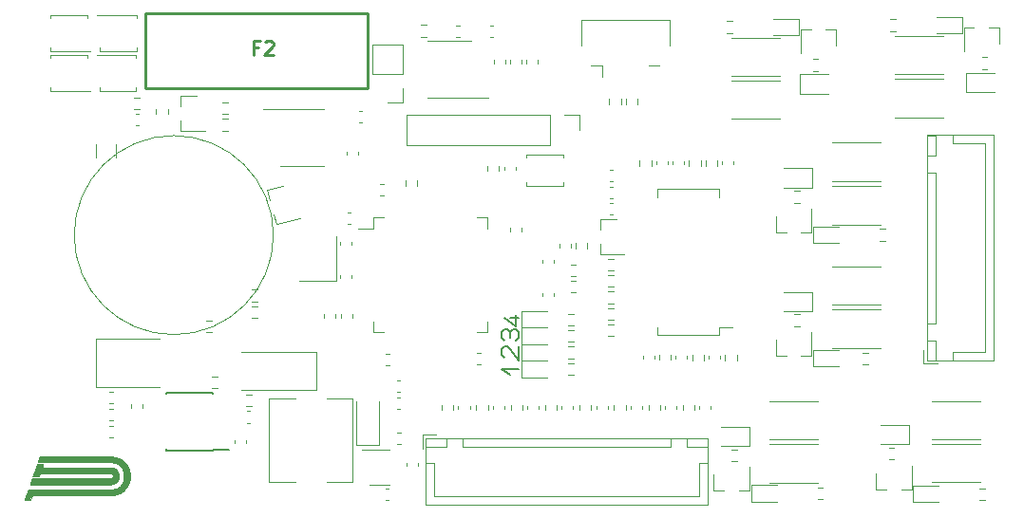
<source format=gbr>
%TF.GenerationSoftware,KiCad,Pcbnew,(5.1.10)-1*%
%TF.CreationDate,2022-01-24T02:12:42+01:00*%
%TF.ProjectId,BMS_LV_2022,424d535f-4c56-45f3-9230-32322e6b6963,rev?*%
%TF.SameCoordinates,Original*%
%TF.FileFunction,Legend,Top*%
%TF.FilePolarity,Positive*%
%FSLAX46Y46*%
G04 Gerber Fmt 4.6, Leading zero omitted, Abs format (unit mm)*
G04 Created by KiCad (PCBNEW (5.1.10)-1) date 2022-01-24 02:12:42*
%MOMM*%
%LPD*%
G01*
G04 APERTURE LIST*
%ADD10C,0.150000*%
%ADD11C,0.254000*%
%ADD12C,0.010000*%
%ADD13C,0.120000*%
%ADD14C,0.100000*%
G04 APERTURE END LIST*
D10*
X156197903Y-108458000D02*
X156197903Y-107442000D01*
X156197903Y-108458000D02*
X155181903Y-107696000D01*
X156451903Y-107696000D02*
X155689903Y-107696000D01*
X156451903Y-109474000D02*
X156197903Y-109728000D01*
X156451903Y-109220000D02*
X156451903Y-109474000D01*
X154927903Y-109474000D02*
X155181903Y-109728000D01*
X154927903Y-109220000D02*
X154927903Y-109474000D01*
X154927903Y-108966000D02*
X154927903Y-109220000D01*
X155181903Y-108712000D02*
X154927903Y-108966000D01*
X155435903Y-108712000D02*
X155181903Y-108712000D01*
X155689903Y-108966000D02*
X155435903Y-108712000D01*
X155689903Y-109474000D02*
X155689903Y-108966000D01*
X155689903Y-109220000D02*
X155689903Y-109474000D01*
X155689903Y-108966000D02*
X155689903Y-109220000D01*
X155943903Y-108712000D02*
X155689903Y-108966000D01*
X156197903Y-108712000D02*
X155943903Y-108712000D01*
X156451903Y-108966000D02*
X156197903Y-108712000D01*
X156451903Y-109220000D02*
X156451903Y-108966000D01*
X154927903Y-110998000D02*
X155181903Y-111252000D01*
X154927903Y-110744000D02*
X154927903Y-110998000D01*
X154927903Y-110490000D02*
X154927903Y-110744000D01*
X155181903Y-110236000D02*
X154927903Y-110490000D01*
X155435903Y-110236000D02*
X155181903Y-110236000D01*
X155689903Y-110490000D02*
X155435903Y-110236000D01*
X156451903Y-111506000D02*
X155689903Y-110490000D01*
X156451903Y-110236000D02*
X156451903Y-111506000D01*
X154927903Y-112268000D02*
X156451903Y-112268000D01*
X155689903Y-112776000D02*
X154927903Y-112268000D01*
D11*
%TO.C,F2*%
X123174903Y-87263000D02*
X142984903Y-87263000D01*
X123174903Y-80533000D02*
X123174903Y-87263000D01*
X142984903Y-80533000D02*
X123174903Y-80533000D01*
X142984903Y-87263000D02*
X142984903Y-80533000D01*
D12*
%TO.C,G\u002A\u002A\u002A*%
G36*
X118408214Y-120094760D02*
G01*
X118541786Y-120094768D01*
X118669627Y-120094783D01*
X118791797Y-120094805D01*
X118908360Y-120094834D01*
X119019378Y-120094871D01*
X119124911Y-120094914D01*
X119225021Y-120094966D01*
X119319772Y-120095025D01*
X119409224Y-120095091D01*
X119493439Y-120095165D01*
X119572480Y-120095246D01*
X119646407Y-120095335D01*
X119715284Y-120095432D01*
X119779171Y-120095536D01*
X119838130Y-120095648D01*
X119892225Y-120095768D01*
X119941515Y-120095896D01*
X119986064Y-120096032D01*
X120025932Y-120096175D01*
X120061183Y-120096327D01*
X120091877Y-120096487D01*
X120118077Y-120096655D01*
X120139844Y-120096831D01*
X120157240Y-120097015D01*
X120170328Y-120097207D01*
X120179168Y-120097408D01*
X120182290Y-120097524D01*
X120286730Y-120104542D01*
X120386457Y-120115505D01*
X120481847Y-120130559D01*
X120573275Y-120149848D01*
X120661114Y-120173517D01*
X120745741Y-120201713D01*
X120827529Y-120234579D01*
X120906854Y-120272261D01*
X120984091Y-120314903D01*
X121059614Y-120362652D01*
X121133798Y-120415651D01*
X121207019Y-120474046D01*
X121249090Y-120510354D01*
X121269899Y-120529418D01*
X121293500Y-120552065D01*
X121318733Y-120577105D01*
X121344440Y-120603346D01*
X121369462Y-120629597D01*
X121392641Y-120654667D01*
X121412817Y-120677365D01*
X121421836Y-120687953D01*
X121486287Y-120769966D01*
X121545292Y-120855160D01*
X121598800Y-120943364D01*
X121646759Y-121034408D01*
X121689117Y-121128122D01*
X121725823Y-121224336D01*
X121756825Y-121322880D01*
X121782072Y-121423584D01*
X121801512Y-121526278D01*
X121815094Y-121630792D01*
X121822767Y-121736957D01*
X121824478Y-121844601D01*
X121820176Y-121953556D01*
X121817223Y-121992168D01*
X121804949Y-122099508D01*
X121786811Y-122204427D01*
X121762812Y-122306915D01*
X121732955Y-122406963D01*
X121697242Y-122504562D01*
X121655676Y-122599704D01*
X121634758Y-122642312D01*
X121587460Y-122729153D01*
X121535953Y-122811679D01*
X121479803Y-122890485D01*
X121418573Y-122966170D01*
X121351828Y-123039328D01*
X121324729Y-123066787D01*
X121286788Y-123103606D01*
X121251060Y-123136404D01*
X121216106Y-123166358D01*
X121180488Y-123194643D01*
X121142769Y-123222434D01*
X121101509Y-123250906D01*
X121090340Y-123258356D01*
X121017528Y-123304047D01*
X120944927Y-123344265D01*
X120871153Y-123379684D01*
X120794823Y-123410978D01*
X120729978Y-123433830D01*
X120677843Y-123450495D01*
X120628663Y-123465140D01*
X120581376Y-123477975D01*
X120534922Y-123489212D01*
X120488237Y-123499063D01*
X120440261Y-123507739D01*
X120389932Y-123515452D01*
X120336188Y-123522414D01*
X120277967Y-123528836D01*
X120229915Y-123533501D01*
X120226301Y-123533706D01*
X120219905Y-123533906D01*
X120210638Y-123534100D01*
X120198415Y-123534290D01*
X120183149Y-123534474D01*
X120164754Y-123534654D01*
X120143143Y-123534829D01*
X120118230Y-123535000D01*
X120089927Y-123535166D01*
X120058150Y-123535328D01*
X120022810Y-123535485D01*
X119983823Y-123535639D01*
X119941100Y-123535789D01*
X119894556Y-123535935D01*
X119844104Y-123536077D01*
X119789657Y-123536216D01*
X119731130Y-123536352D01*
X119668436Y-123536484D01*
X119601487Y-123536614D01*
X119530198Y-123536740D01*
X119454482Y-123536864D01*
X119374253Y-123536985D01*
X119289424Y-123537103D01*
X119199908Y-123537219D01*
X119105620Y-123537333D01*
X119006472Y-123537445D01*
X118902378Y-123537554D01*
X118793251Y-123537662D01*
X118679006Y-123537768D01*
X118559555Y-123537873D01*
X118434812Y-123537976D01*
X118304691Y-123538078D01*
X118169105Y-123538178D01*
X118027967Y-123538278D01*
X117881192Y-123538376D01*
X117728691Y-123538474D01*
X117570380Y-123538572D01*
X117406171Y-123538668D01*
X117235979Y-123538765D01*
X117059716Y-123538861D01*
X116877295Y-123538957D01*
X116688632Y-123539053D01*
X116644170Y-123539075D01*
X113099701Y-123540837D01*
X113027428Y-123745625D01*
X112955155Y-123950412D01*
X112680195Y-123951223D01*
X112405236Y-123952035D01*
X112417291Y-123917886D01*
X112419766Y-123910876D01*
X112424224Y-123898248D01*
X112430534Y-123880373D01*
X112438565Y-123857621D01*
X112448188Y-123830362D01*
X112459271Y-123798967D01*
X112471683Y-123763806D01*
X112485294Y-123725249D01*
X112499973Y-123683666D01*
X112515590Y-123639428D01*
X112532013Y-123592905D01*
X112549112Y-123544467D01*
X112566756Y-123494485D01*
X112581488Y-123452753D01*
X112733629Y-123021770D01*
X116480185Y-123020869D01*
X116666346Y-123020824D01*
X116846264Y-123020780D01*
X117020048Y-123020736D01*
X117187805Y-123020693D01*
X117349642Y-123020649D01*
X117505668Y-123020606D01*
X117655989Y-123020563D01*
X117800714Y-123020519D01*
X117939950Y-123020475D01*
X118073805Y-123020430D01*
X118202387Y-123020385D01*
X118325802Y-123020338D01*
X118444159Y-123020290D01*
X118557566Y-123020240D01*
X118666129Y-123020189D01*
X118769957Y-123020136D01*
X118869158Y-123020081D01*
X118963838Y-123020024D01*
X119054106Y-123019965D01*
X119140069Y-123019903D01*
X119221835Y-123019839D01*
X119299511Y-123019771D01*
X119373206Y-123019700D01*
X119443026Y-123019627D01*
X119509080Y-123019549D01*
X119571475Y-123019468D01*
X119630319Y-123019384D01*
X119685719Y-123019295D01*
X119737783Y-123019202D01*
X119786619Y-123019105D01*
X119832334Y-123019003D01*
X119875035Y-123018897D01*
X119914832Y-123018785D01*
X119951831Y-123018669D01*
X119986139Y-123018547D01*
X120017865Y-123018420D01*
X120047116Y-123018287D01*
X120074000Y-123018148D01*
X120098625Y-123018004D01*
X120121097Y-123017853D01*
X120141525Y-123017696D01*
X120160017Y-123017532D01*
X120176679Y-123017362D01*
X120191621Y-123017185D01*
X120204948Y-123017000D01*
X120216770Y-123016808D01*
X120227193Y-123016609D01*
X120236325Y-123016403D01*
X120244274Y-123016188D01*
X120251148Y-123015965D01*
X120257053Y-123015735D01*
X120262099Y-123015496D01*
X120266392Y-123015248D01*
X120270040Y-123014992D01*
X120273151Y-123014726D01*
X120275832Y-123014452D01*
X120275953Y-123014438D01*
X120325301Y-123008303D01*
X120369823Y-123001448D01*
X120411029Y-122993581D01*
X120450429Y-122984409D01*
X120489533Y-122973641D01*
X120495028Y-122972002D01*
X120574358Y-122945345D01*
X120649176Y-122914412D01*
X120719851Y-122878985D01*
X120786751Y-122838847D01*
X120850246Y-122793782D01*
X120910705Y-122743573D01*
X120954052Y-122702637D01*
X120978297Y-122678125D01*
X120998857Y-122656359D01*
X121016872Y-122635960D01*
X121033484Y-122615548D01*
X121049833Y-122593742D01*
X121067061Y-122569162D01*
X121078760Y-122551809D01*
X121119353Y-122485282D01*
X121155185Y-122414631D01*
X121186231Y-122339966D01*
X121212463Y-122261394D01*
X121233857Y-122179024D01*
X121250387Y-122092963D01*
X121262026Y-122003320D01*
X121268749Y-121910203D01*
X121270530Y-121813720D01*
X121269296Y-121756487D01*
X121263334Y-121663298D01*
X121252249Y-121573185D01*
X121236092Y-121486282D01*
X121214914Y-121402722D01*
X121188767Y-121322637D01*
X121157702Y-121246161D01*
X121121770Y-121173427D01*
X121081021Y-121104568D01*
X121035508Y-121039717D01*
X120985281Y-120979007D01*
X120960284Y-120952173D01*
X120909135Y-120902504D01*
X120856231Y-120857662D01*
X120800523Y-120816890D01*
X120740964Y-120779431D01*
X120676506Y-120744529D01*
X120664890Y-120738749D01*
X120599554Y-120708823D01*
X120533769Y-120683219D01*
X120466495Y-120661639D01*
X120396689Y-120643783D01*
X120323311Y-120629353D01*
X120245320Y-120618052D01*
X120242615Y-120617724D01*
X120239516Y-120617512D01*
X120233728Y-120617307D01*
X120225160Y-120617108D01*
X120213721Y-120616915D01*
X120199320Y-120616728D01*
X120181866Y-120616546D01*
X120161269Y-120616371D01*
X120137436Y-120616201D01*
X120110277Y-120616037D01*
X120079701Y-120615878D01*
X120045618Y-120615724D01*
X120007935Y-120615576D01*
X119966562Y-120615432D01*
X119921408Y-120615293D01*
X119872382Y-120615159D01*
X119819393Y-120615029D01*
X119762350Y-120614904D01*
X119701162Y-120614783D01*
X119635738Y-120614666D01*
X119565986Y-120614554D01*
X119491817Y-120614445D01*
X119413138Y-120614340D01*
X119329859Y-120614239D01*
X119241889Y-120614141D01*
X119149136Y-120614046D01*
X119051511Y-120613955D01*
X118948921Y-120613867D01*
X118841276Y-120613782D01*
X118728484Y-120613699D01*
X118610456Y-120613620D01*
X118487099Y-120613543D01*
X118358323Y-120613468D01*
X118224036Y-120613396D01*
X118084148Y-120613326D01*
X117938568Y-120613257D01*
X117787204Y-120613191D01*
X117629967Y-120613127D01*
X117466763Y-120613064D01*
X117297503Y-120613003D01*
X117122096Y-120612943D01*
X116940451Y-120612885D01*
X116898546Y-120612872D01*
X116753642Y-120612825D01*
X116610281Y-120612773D01*
X116468594Y-120612718D01*
X116328713Y-120612660D01*
X116190770Y-120612598D01*
X116054896Y-120612532D01*
X115921222Y-120612463D01*
X115789881Y-120612391D01*
X115661004Y-120612316D01*
X115534722Y-120612238D01*
X115411167Y-120612157D01*
X115290471Y-120612073D01*
X115172766Y-120611987D01*
X115058182Y-120611899D01*
X114946853Y-120611808D01*
X114838908Y-120611716D01*
X114734480Y-120611621D01*
X114633700Y-120611525D01*
X114536700Y-120611427D01*
X114443612Y-120611327D01*
X114354567Y-120611226D01*
X114269697Y-120611124D01*
X114189134Y-120611021D01*
X114113008Y-120610916D01*
X114041452Y-120610811D01*
X113974597Y-120610705D01*
X113912575Y-120610598D01*
X113855517Y-120610491D01*
X113803555Y-120610384D01*
X113756821Y-120610276D01*
X113715447Y-120610168D01*
X113679563Y-120610061D01*
X113649301Y-120609953D01*
X113624793Y-120609846D01*
X113606172Y-120609740D01*
X113593567Y-120609634D01*
X113587111Y-120609528D01*
X113586228Y-120609473D01*
X113587261Y-120606188D01*
X113590257Y-120597355D01*
X113595064Y-120583414D01*
X113601528Y-120564804D01*
X113609494Y-120541963D01*
X113618810Y-120515331D01*
X113629322Y-120485347D01*
X113640877Y-120452450D01*
X113653320Y-120417079D01*
X113666499Y-120379673D01*
X113676426Y-120351531D01*
X113766624Y-120095962D01*
X116937945Y-120095004D01*
X117125883Y-120094949D01*
X117307534Y-120094902D01*
X117482958Y-120094861D01*
X117652217Y-120094827D01*
X117815375Y-120094799D01*
X117972491Y-120094779D01*
X118123628Y-120094766D01*
X118268849Y-120094759D01*
X118408214Y-120094760D01*
G37*
X118408214Y-120094760D02*
X118541786Y-120094768D01*
X118669627Y-120094783D01*
X118791797Y-120094805D01*
X118908360Y-120094834D01*
X119019378Y-120094871D01*
X119124911Y-120094914D01*
X119225021Y-120094966D01*
X119319772Y-120095025D01*
X119409224Y-120095091D01*
X119493439Y-120095165D01*
X119572480Y-120095246D01*
X119646407Y-120095335D01*
X119715284Y-120095432D01*
X119779171Y-120095536D01*
X119838130Y-120095648D01*
X119892225Y-120095768D01*
X119941515Y-120095896D01*
X119986064Y-120096032D01*
X120025932Y-120096175D01*
X120061183Y-120096327D01*
X120091877Y-120096487D01*
X120118077Y-120096655D01*
X120139844Y-120096831D01*
X120157240Y-120097015D01*
X120170328Y-120097207D01*
X120179168Y-120097408D01*
X120182290Y-120097524D01*
X120286730Y-120104542D01*
X120386457Y-120115505D01*
X120481847Y-120130559D01*
X120573275Y-120149848D01*
X120661114Y-120173517D01*
X120745741Y-120201713D01*
X120827529Y-120234579D01*
X120906854Y-120272261D01*
X120984091Y-120314903D01*
X121059614Y-120362652D01*
X121133798Y-120415651D01*
X121207019Y-120474046D01*
X121249090Y-120510354D01*
X121269899Y-120529418D01*
X121293500Y-120552065D01*
X121318733Y-120577105D01*
X121344440Y-120603346D01*
X121369462Y-120629597D01*
X121392641Y-120654667D01*
X121412817Y-120677365D01*
X121421836Y-120687953D01*
X121486287Y-120769966D01*
X121545292Y-120855160D01*
X121598800Y-120943364D01*
X121646759Y-121034408D01*
X121689117Y-121128122D01*
X121725823Y-121224336D01*
X121756825Y-121322880D01*
X121782072Y-121423584D01*
X121801512Y-121526278D01*
X121815094Y-121630792D01*
X121822767Y-121736957D01*
X121824478Y-121844601D01*
X121820176Y-121953556D01*
X121817223Y-121992168D01*
X121804949Y-122099508D01*
X121786811Y-122204427D01*
X121762812Y-122306915D01*
X121732955Y-122406963D01*
X121697242Y-122504562D01*
X121655676Y-122599704D01*
X121634758Y-122642312D01*
X121587460Y-122729153D01*
X121535953Y-122811679D01*
X121479803Y-122890485D01*
X121418573Y-122966170D01*
X121351828Y-123039328D01*
X121324729Y-123066787D01*
X121286788Y-123103606D01*
X121251060Y-123136404D01*
X121216106Y-123166358D01*
X121180488Y-123194643D01*
X121142769Y-123222434D01*
X121101509Y-123250906D01*
X121090340Y-123258356D01*
X121017528Y-123304047D01*
X120944927Y-123344265D01*
X120871153Y-123379684D01*
X120794823Y-123410978D01*
X120729978Y-123433830D01*
X120677843Y-123450495D01*
X120628663Y-123465140D01*
X120581376Y-123477975D01*
X120534922Y-123489212D01*
X120488237Y-123499063D01*
X120440261Y-123507739D01*
X120389932Y-123515452D01*
X120336188Y-123522414D01*
X120277967Y-123528836D01*
X120229915Y-123533501D01*
X120226301Y-123533706D01*
X120219905Y-123533906D01*
X120210638Y-123534100D01*
X120198415Y-123534290D01*
X120183149Y-123534474D01*
X120164754Y-123534654D01*
X120143143Y-123534829D01*
X120118230Y-123535000D01*
X120089927Y-123535166D01*
X120058150Y-123535328D01*
X120022810Y-123535485D01*
X119983823Y-123535639D01*
X119941100Y-123535789D01*
X119894556Y-123535935D01*
X119844104Y-123536077D01*
X119789657Y-123536216D01*
X119731130Y-123536352D01*
X119668436Y-123536484D01*
X119601487Y-123536614D01*
X119530198Y-123536740D01*
X119454482Y-123536864D01*
X119374253Y-123536985D01*
X119289424Y-123537103D01*
X119199908Y-123537219D01*
X119105620Y-123537333D01*
X119006472Y-123537445D01*
X118902378Y-123537554D01*
X118793251Y-123537662D01*
X118679006Y-123537768D01*
X118559555Y-123537873D01*
X118434812Y-123537976D01*
X118304691Y-123538078D01*
X118169105Y-123538178D01*
X118027967Y-123538278D01*
X117881192Y-123538376D01*
X117728691Y-123538474D01*
X117570380Y-123538572D01*
X117406171Y-123538668D01*
X117235979Y-123538765D01*
X117059716Y-123538861D01*
X116877295Y-123538957D01*
X116688632Y-123539053D01*
X116644170Y-123539075D01*
X113099701Y-123540837D01*
X113027428Y-123745625D01*
X112955155Y-123950412D01*
X112680195Y-123951223D01*
X112405236Y-123952035D01*
X112417291Y-123917886D01*
X112419766Y-123910876D01*
X112424224Y-123898248D01*
X112430534Y-123880373D01*
X112438565Y-123857621D01*
X112448188Y-123830362D01*
X112459271Y-123798967D01*
X112471683Y-123763806D01*
X112485294Y-123725249D01*
X112499973Y-123683666D01*
X112515590Y-123639428D01*
X112532013Y-123592905D01*
X112549112Y-123544467D01*
X112566756Y-123494485D01*
X112581488Y-123452753D01*
X112733629Y-123021770D01*
X116480185Y-123020869D01*
X116666346Y-123020824D01*
X116846264Y-123020780D01*
X117020048Y-123020736D01*
X117187805Y-123020693D01*
X117349642Y-123020649D01*
X117505668Y-123020606D01*
X117655989Y-123020563D01*
X117800714Y-123020519D01*
X117939950Y-123020475D01*
X118073805Y-123020430D01*
X118202387Y-123020385D01*
X118325802Y-123020338D01*
X118444159Y-123020290D01*
X118557566Y-123020240D01*
X118666129Y-123020189D01*
X118769957Y-123020136D01*
X118869158Y-123020081D01*
X118963838Y-123020024D01*
X119054106Y-123019965D01*
X119140069Y-123019903D01*
X119221835Y-123019839D01*
X119299511Y-123019771D01*
X119373206Y-123019700D01*
X119443026Y-123019627D01*
X119509080Y-123019549D01*
X119571475Y-123019468D01*
X119630319Y-123019384D01*
X119685719Y-123019295D01*
X119737783Y-123019202D01*
X119786619Y-123019105D01*
X119832334Y-123019003D01*
X119875035Y-123018897D01*
X119914832Y-123018785D01*
X119951831Y-123018669D01*
X119986139Y-123018547D01*
X120017865Y-123018420D01*
X120047116Y-123018287D01*
X120074000Y-123018148D01*
X120098625Y-123018004D01*
X120121097Y-123017853D01*
X120141525Y-123017696D01*
X120160017Y-123017532D01*
X120176679Y-123017362D01*
X120191621Y-123017185D01*
X120204948Y-123017000D01*
X120216770Y-123016808D01*
X120227193Y-123016609D01*
X120236325Y-123016403D01*
X120244274Y-123016188D01*
X120251148Y-123015965D01*
X120257053Y-123015735D01*
X120262099Y-123015496D01*
X120266392Y-123015248D01*
X120270040Y-123014992D01*
X120273151Y-123014726D01*
X120275832Y-123014452D01*
X120275953Y-123014438D01*
X120325301Y-123008303D01*
X120369823Y-123001448D01*
X120411029Y-122993581D01*
X120450429Y-122984409D01*
X120489533Y-122973641D01*
X120495028Y-122972002D01*
X120574358Y-122945345D01*
X120649176Y-122914412D01*
X120719851Y-122878985D01*
X120786751Y-122838847D01*
X120850246Y-122793782D01*
X120910705Y-122743573D01*
X120954052Y-122702637D01*
X120978297Y-122678125D01*
X120998857Y-122656359D01*
X121016872Y-122635960D01*
X121033484Y-122615548D01*
X121049833Y-122593742D01*
X121067061Y-122569162D01*
X121078760Y-122551809D01*
X121119353Y-122485282D01*
X121155185Y-122414631D01*
X121186231Y-122339966D01*
X121212463Y-122261394D01*
X121233857Y-122179024D01*
X121250387Y-122092963D01*
X121262026Y-122003320D01*
X121268749Y-121910203D01*
X121270530Y-121813720D01*
X121269296Y-121756487D01*
X121263334Y-121663298D01*
X121252249Y-121573185D01*
X121236092Y-121486282D01*
X121214914Y-121402722D01*
X121188767Y-121322637D01*
X121157702Y-121246161D01*
X121121770Y-121173427D01*
X121081021Y-121104568D01*
X121035508Y-121039717D01*
X120985281Y-120979007D01*
X120960284Y-120952173D01*
X120909135Y-120902504D01*
X120856231Y-120857662D01*
X120800523Y-120816890D01*
X120740964Y-120779431D01*
X120676506Y-120744529D01*
X120664890Y-120738749D01*
X120599554Y-120708823D01*
X120533769Y-120683219D01*
X120466495Y-120661639D01*
X120396689Y-120643783D01*
X120323311Y-120629353D01*
X120245320Y-120618052D01*
X120242615Y-120617724D01*
X120239516Y-120617512D01*
X120233728Y-120617307D01*
X120225160Y-120617108D01*
X120213721Y-120616915D01*
X120199320Y-120616728D01*
X120181866Y-120616546D01*
X120161269Y-120616371D01*
X120137436Y-120616201D01*
X120110277Y-120616037D01*
X120079701Y-120615878D01*
X120045618Y-120615724D01*
X120007935Y-120615576D01*
X119966562Y-120615432D01*
X119921408Y-120615293D01*
X119872382Y-120615159D01*
X119819393Y-120615029D01*
X119762350Y-120614904D01*
X119701162Y-120614783D01*
X119635738Y-120614666D01*
X119565986Y-120614554D01*
X119491817Y-120614445D01*
X119413138Y-120614340D01*
X119329859Y-120614239D01*
X119241889Y-120614141D01*
X119149136Y-120614046D01*
X119051511Y-120613955D01*
X118948921Y-120613867D01*
X118841276Y-120613782D01*
X118728484Y-120613699D01*
X118610456Y-120613620D01*
X118487099Y-120613543D01*
X118358323Y-120613468D01*
X118224036Y-120613396D01*
X118084148Y-120613326D01*
X117938568Y-120613257D01*
X117787204Y-120613191D01*
X117629967Y-120613127D01*
X117466763Y-120613064D01*
X117297503Y-120613003D01*
X117122096Y-120612943D01*
X116940451Y-120612885D01*
X116898546Y-120612872D01*
X116753642Y-120612825D01*
X116610281Y-120612773D01*
X116468594Y-120612718D01*
X116328713Y-120612660D01*
X116190770Y-120612598D01*
X116054896Y-120612532D01*
X115921222Y-120612463D01*
X115789881Y-120612391D01*
X115661004Y-120612316D01*
X115534722Y-120612238D01*
X115411167Y-120612157D01*
X115290471Y-120612073D01*
X115172766Y-120611987D01*
X115058182Y-120611899D01*
X114946853Y-120611808D01*
X114838908Y-120611716D01*
X114734480Y-120611621D01*
X114633700Y-120611525D01*
X114536700Y-120611427D01*
X114443612Y-120611327D01*
X114354567Y-120611226D01*
X114269697Y-120611124D01*
X114189134Y-120611021D01*
X114113008Y-120610916D01*
X114041452Y-120610811D01*
X113974597Y-120610705D01*
X113912575Y-120610598D01*
X113855517Y-120610491D01*
X113803555Y-120610384D01*
X113756821Y-120610276D01*
X113715447Y-120610168D01*
X113679563Y-120610061D01*
X113649301Y-120609953D01*
X113624793Y-120609846D01*
X113606172Y-120609740D01*
X113593567Y-120609634D01*
X113587111Y-120609528D01*
X113586228Y-120609473D01*
X113587261Y-120606188D01*
X113590257Y-120597355D01*
X113595064Y-120583414D01*
X113601528Y-120564804D01*
X113609494Y-120541963D01*
X113618810Y-120515331D01*
X113629322Y-120485347D01*
X113640877Y-120452450D01*
X113653320Y-120417079D01*
X113666499Y-120379673D01*
X113676426Y-120351531D01*
X113766624Y-120095962D01*
X116937945Y-120095004D01*
X117125883Y-120094949D01*
X117307534Y-120094902D01*
X117482958Y-120094861D01*
X117652217Y-120094827D01*
X117815375Y-120094799D01*
X117972491Y-120094779D01*
X118123628Y-120094766D01*
X118268849Y-120094759D01*
X118408214Y-120094760D01*
G36*
X113847636Y-120786549D02*
G01*
X113893096Y-120786624D01*
X113932704Y-120786752D01*
X113966710Y-120786939D01*
X113995364Y-120787185D01*
X114018913Y-120787495D01*
X114037608Y-120787872D01*
X114051698Y-120788320D01*
X114061431Y-120788841D01*
X114067058Y-120789439D01*
X114068828Y-120790102D01*
X114067802Y-120793760D01*
X114064869Y-120802775D01*
X114060246Y-120816517D01*
X114054146Y-120834357D01*
X114046787Y-120855666D01*
X114038384Y-120879817D01*
X114029153Y-120906179D01*
X114022790Y-120924260D01*
X114013144Y-120951673D01*
X114004183Y-120977238D01*
X113996124Y-121000332D01*
X113989181Y-121020336D01*
X113983570Y-121036626D01*
X113979505Y-121048583D01*
X113977203Y-121055584D01*
X113976753Y-121057188D01*
X113979905Y-121057296D01*
X113989271Y-121057404D01*
X114004714Y-121057513D01*
X114026098Y-121057622D01*
X114053286Y-121057731D01*
X114086142Y-121057841D01*
X114124530Y-121057951D01*
X114168314Y-121058061D01*
X114217356Y-121058170D01*
X114271520Y-121058279D01*
X114330671Y-121058388D01*
X114394671Y-121058495D01*
X114463384Y-121058602D01*
X114536675Y-121058708D01*
X114614406Y-121058813D01*
X114696441Y-121058916D01*
X114782643Y-121059018D01*
X114872877Y-121059119D01*
X114967006Y-121059218D01*
X115064893Y-121059315D01*
X115166403Y-121059409D01*
X115271398Y-121059502D01*
X115379742Y-121059592D01*
X115491300Y-121059680D01*
X115605933Y-121059766D01*
X115723508Y-121059848D01*
X115843885Y-121059928D01*
X115966930Y-121060005D01*
X116092507Y-121060078D01*
X116220477Y-121060148D01*
X116350706Y-121060215D01*
X116483057Y-121060278D01*
X116617393Y-121060337D01*
X116753578Y-121060392D01*
X116891475Y-121060443D01*
X117030949Y-121060491D01*
X117060471Y-121060500D01*
X120144190Y-121061464D01*
X120184345Y-121068253D01*
X120249326Y-121081441D01*
X120309722Y-121098407D01*
X120366300Y-121119512D01*
X120419825Y-121145115D01*
X120471064Y-121175575D01*
X120520782Y-121211251D01*
X120561683Y-121245295D01*
X120609884Y-121291988D01*
X120654044Y-121343077D01*
X120693785Y-121397930D01*
X120728725Y-121455918D01*
X120758484Y-121516408D01*
X120782682Y-121578770D01*
X120800894Y-121642187D01*
X120813315Y-121707582D01*
X120820233Y-121775388D01*
X120821584Y-121844742D01*
X120819180Y-121893801D01*
X120812365Y-121958571D01*
X120802203Y-122018593D01*
X120788506Y-122074626D01*
X120771088Y-122127428D01*
X120749760Y-122177760D01*
X120748686Y-122180020D01*
X120728884Y-122219154D01*
X120708881Y-122253593D01*
X120687584Y-122284929D01*
X120663900Y-122314754D01*
X120636738Y-122344660D01*
X120633338Y-122348180D01*
X120591136Y-122388256D01*
X120546778Y-122423539D01*
X120498976Y-122454960D01*
X120446446Y-122483448D01*
X120445815Y-122483759D01*
X120405550Y-122502410D01*
X120365146Y-122518575D01*
X120323349Y-122532640D01*
X120278906Y-122544991D01*
X120230566Y-122556015D01*
X120180703Y-122565468D01*
X120141015Y-122572388D01*
X116517546Y-122573231D01*
X116365955Y-122573264D01*
X116215900Y-122573293D01*
X116067509Y-122573317D01*
X115920905Y-122573337D01*
X115776217Y-122573353D01*
X115633568Y-122573364D01*
X115493086Y-122573371D01*
X115354895Y-122573374D01*
X115219122Y-122573372D01*
X115085893Y-122573367D01*
X114955333Y-122573358D01*
X114827569Y-122573344D01*
X114702725Y-122573327D01*
X114580928Y-122573306D01*
X114462304Y-122573281D01*
X114346978Y-122573252D01*
X114235077Y-122573220D01*
X114126726Y-122573184D01*
X114022051Y-122573145D01*
X113921177Y-122573102D01*
X113824232Y-122573055D01*
X113731340Y-122573005D01*
X113642627Y-122572952D01*
X113558219Y-122572895D01*
X113478242Y-122572836D01*
X113402822Y-122572773D01*
X113332084Y-122572707D01*
X113266155Y-122572637D01*
X113205161Y-122572565D01*
X113149226Y-122572490D01*
X113098477Y-122572412D01*
X113053040Y-122572331D01*
X113013040Y-122572247D01*
X112978604Y-122572160D01*
X112949857Y-122572071D01*
X112926925Y-122571979D01*
X112909934Y-122571885D01*
X112899010Y-122571788D01*
X112894278Y-122571688D01*
X112894078Y-122571663D01*
X112895111Y-122568371D01*
X112898107Y-122559533D01*
X112902914Y-122545586D01*
X112909378Y-122526970D01*
X112917345Y-122504124D01*
X112926661Y-122477487D01*
X112937173Y-122447499D01*
X112948728Y-122414599D01*
X112961172Y-122379225D01*
X112974351Y-122341817D01*
X112984276Y-122313681D01*
X113074474Y-122058112D01*
X116593457Y-122056525D01*
X120112440Y-122054937D01*
X120136253Y-122048116D01*
X120171167Y-122035776D01*
X120201156Y-122020058D01*
X120226348Y-122000753D01*
X120246871Y-121977655D01*
X120262855Y-121950555D01*
X120274427Y-121919247D01*
X120281716Y-121883522D01*
X120284852Y-121843175D01*
X120284518Y-121808875D01*
X120280338Y-121765333D01*
X120271650Y-121726261D01*
X120258450Y-121691657D01*
X120240738Y-121661516D01*
X120218508Y-121635835D01*
X120191760Y-121614609D01*
X120160491Y-121597836D01*
X120126666Y-121586042D01*
X120099740Y-121578687D01*
X113791666Y-121578687D01*
X113738461Y-121729500D01*
X113685256Y-121880312D01*
X113411904Y-121881123D01*
X113362216Y-121881236D01*
X113316902Y-121881269D01*
X113276185Y-121881223D01*
X113240289Y-121881101D01*
X113209435Y-121880903D01*
X113183848Y-121880632D01*
X113163749Y-121880290D01*
X113149361Y-121879878D01*
X113140907Y-121879399D01*
X113138553Y-121878930D01*
X113139594Y-121875667D01*
X113142646Y-121866721D01*
X113147604Y-121852394D01*
X113154360Y-121832990D01*
X113162808Y-121808812D01*
X113172841Y-121780163D01*
X113184353Y-121747346D01*
X113197238Y-121710664D01*
X113211389Y-121670421D01*
X113226699Y-121626919D01*
X113243063Y-121580461D01*
X113260373Y-121531351D01*
X113278523Y-121479891D01*
X113297406Y-121426385D01*
X113316917Y-121371136D01*
X113326250Y-121344719D01*
X113346088Y-121288573D01*
X113365396Y-121233923D01*
X113384066Y-121181081D01*
X113401986Y-121130357D01*
X113419046Y-121082063D01*
X113435138Y-121036510D01*
X113450151Y-120994008D01*
X113463974Y-120954870D01*
X113476499Y-120919406D01*
X113487616Y-120887927D01*
X113497213Y-120860745D01*
X113505182Y-120838170D01*
X113511413Y-120820514D01*
X113515796Y-120808088D01*
X113518220Y-120801203D01*
X113518636Y-120800018D01*
X113523324Y-120786525D01*
X113796076Y-120786525D01*
X113847636Y-120786549D01*
G37*
X113847636Y-120786549D02*
X113893096Y-120786624D01*
X113932704Y-120786752D01*
X113966710Y-120786939D01*
X113995364Y-120787185D01*
X114018913Y-120787495D01*
X114037608Y-120787872D01*
X114051698Y-120788320D01*
X114061431Y-120788841D01*
X114067058Y-120789439D01*
X114068828Y-120790102D01*
X114067802Y-120793760D01*
X114064869Y-120802775D01*
X114060246Y-120816517D01*
X114054146Y-120834357D01*
X114046787Y-120855666D01*
X114038384Y-120879817D01*
X114029153Y-120906179D01*
X114022790Y-120924260D01*
X114013144Y-120951673D01*
X114004183Y-120977238D01*
X113996124Y-121000332D01*
X113989181Y-121020336D01*
X113983570Y-121036626D01*
X113979505Y-121048583D01*
X113977203Y-121055584D01*
X113976753Y-121057188D01*
X113979905Y-121057296D01*
X113989271Y-121057404D01*
X114004714Y-121057513D01*
X114026098Y-121057622D01*
X114053286Y-121057731D01*
X114086142Y-121057841D01*
X114124530Y-121057951D01*
X114168314Y-121058061D01*
X114217356Y-121058170D01*
X114271520Y-121058279D01*
X114330671Y-121058388D01*
X114394671Y-121058495D01*
X114463384Y-121058602D01*
X114536675Y-121058708D01*
X114614406Y-121058813D01*
X114696441Y-121058916D01*
X114782643Y-121059018D01*
X114872877Y-121059119D01*
X114967006Y-121059218D01*
X115064893Y-121059315D01*
X115166403Y-121059409D01*
X115271398Y-121059502D01*
X115379742Y-121059592D01*
X115491300Y-121059680D01*
X115605933Y-121059766D01*
X115723508Y-121059848D01*
X115843885Y-121059928D01*
X115966930Y-121060005D01*
X116092507Y-121060078D01*
X116220477Y-121060148D01*
X116350706Y-121060215D01*
X116483057Y-121060278D01*
X116617393Y-121060337D01*
X116753578Y-121060392D01*
X116891475Y-121060443D01*
X117030949Y-121060491D01*
X117060471Y-121060500D01*
X120144190Y-121061464D01*
X120184345Y-121068253D01*
X120249326Y-121081441D01*
X120309722Y-121098407D01*
X120366300Y-121119512D01*
X120419825Y-121145115D01*
X120471064Y-121175575D01*
X120520782Y-121211251D01*
X120561683Y-121245295D01*
X120609884Y-121291988D01*
X120654044Y-121343077D01*
X120693785Y-121397930D01*
X120728725Y-121455918D01*
X120758484Y-121516408D01*
X120782682Y-121578770D01*
X120800894Y-121642187D01*
X120813315Y-121707582D01*
X120820233Y-121775388D01*
X120821584Y-121844742D01*
X120819180Y-121893801D01*
X120812365Y-121958571D01*
X120802203Y-122018593D01*
X120788506Y-122074626D01*
X120771088Y-122127428D01*
X120749760Y-122177760D01*
X120748686Y-122180020D01*
X120728884Y-122219154D01*
X120708881Y-122253593D01*
X120687584Y-122284929D01*
X120663900Y-122314754D01*
X120636738Y-122344660D01*
X120633338Y-122348180D01*
X120591136Y-122388256D01*
X120546778Y-122423539D01*
X120498976Y-122454960D01*
X120446446Y-122483448D01*
X120445815Y-122483759D01*
X120405550Y-122502410D01*
X120365146Y-122518575D01*
X120323349Y-122532640D01*
X120278906Y-122544991D01*
X120230566Y-122556015D01*
X120180703Y-122565468D01*
X120141015Y-122572388D01*
X116517546Y-122573231D01*
X116365955Y-122573264D01*
X116215900Y-122573293D01*
X116067509Y-122573317D01*
X115920905Y-122573337D01*
X115776217Y-122573353D01*
X115633568Y-122573364D01*
X115493086Y-122573371D01*
X115354895Y-122573374D01*
X115219122Y-122573372D01*
X115085893Y-122573367D01*
X114955333Y-122573358D01*
X114827569Y-122573344D01*
X114702725Y-122573327D01*
X114580928Y-122573306D01*
X114462304Y-122573281D01*
X114346978Y-122573252D01*
X114235077Y-122573220D01*
X114126726Y-122573184D01*
X114022051Y-122573145D01*
X113921177Y-122573102D01*
X113824232Y-122573055D01*
X113731340Y-122573005D01*
X113642627Y-122572952D01*
X113558219Y-122572895D01*
X113478242Y-122572836D01*
X113402822Y-122572773D01*
X113332084Y-122572707D01*
X113266155Y-122572637D01*
X113205161Y-122572565D01*
X113149226Y-122572490D01*
X113098477Y-122572412D01*
X113053040Y-122572331D01*
X113013040Y-122572247D01*
X112978604Y-122572160D01*
X112949857Y-122572071D01*
X112926925Y-122571979D01*
X112909934Y-122571885D01*
X112899010Y-122571788D01*
X112894278Y-122571688D01*
X112894078Y-122571663D01*
X112895111Y-122568371D01*
X112898107Y-122559533D01*
X112902914Y-122545586D01*
X112909378Y-122526970D01*
X112917345Y-122504124D01*
X112926661Y-122477487D01*
X112937173Y-122447499D01*
X112948728Y-122414599D01*
X112961172Y-122379225D01*
X112974351Y-122341817D01*
X112984276Y-122313681D01*
X113074474Y-122058112D01*
X116593457Y-122056525D01*
X120112440Y-122054937D01*
X120136253Y-122048116D01*
X120171167Y-122035776D01*
X120201156Y-122020058D01*
X120226348Y-122000753D01*
X120246871Y-121977655D01*
X120262855Y-121950555D01*
X120274427Y-121919247D01*
X120281716Y-121883522D01*
X120284852Y-121843175D01*
X120284518Y-121808875D01*
X120280338Y-121765333D01*
X120271650Y-121726261D01*
X120258450Y-121691657D01*
X120240738Y-121661516D01*
X120218508Y-121635835D01*
X120191760Y-121614609D01*
X120160491Y-121597836D01*
X120126666Y-121586042D01*
X120099740Y-121578687D01*
X113791666Y-121578687D01*
X113738461Y-121729500D01*
X113685256Y-121880312D01*
X113411904Y-121881123D01*
X113362216Y-121881236D01*
X113316902Y-121881269D01*
X113276185Y-121881223D01*
X113240289Y-121881101D01*
X113209435Y-121880903D01*
X113183848Y-121880632D01*
X113163749Y-121880290D01*
X113149361Y-121879878D01*
X113140907Y-121879399D01*
X113138553Y-121878930D01*
X113139594Y-121875667D01*
X113142646Y-121866721D01*
X113147604Y-121852394D01*
X113154360Y-121832990D01*
X113162808Y-121808812D01*
X113172841Y-121780163D01*
X113184353Y-121747346D01*
X113197238Y-121710664D01*
X113211389Y-121670421D01*
X113226699Y-121626919D01*
X113243063Y-121580461D01*
X113260373Y-121531351D01*
X113278523Y-121479891D01*
X113297406Y-121426385D01*
X113316917Y-121371136D01*
X113326250Y-121344719D01*
X113346088Y-121288573D01*
X113365396Y-121233923D01*
X113384066Y-121181081D01*
X113401986Y-121130357D01*
X113419046Y-121082063D01*
X113435138Y-121036510D01*
X113450151Y-120994008D01*
X113463974Y-120954870D01*
X113476499Y-120919406D01*
X113487616Y-120887927D01*
X113497213Y-120860745D01*
X113505182Y-120838170D01*
X113511413Y-120820514D01*
X113515796Y-120808088D01*
X113518220Y-120801203D01*
X113518636Y-120800018D01*
X113523324Y-120786525D01*
X113796076Y-120786525D01*
X113847636Y-120786549D01*
D13*
%TO.C,R64*%
X171067803Y-115946458D02*
X171067803Y-115471942D01*
X172112803Y-115946458D02*
X172112803Y-115471942D01*
%TO.C,R63*%
X168019803Y-115946458D02*
X168019803Y-115471942D01*
X169064803Y-115946458D02*
X169064803Y-115471942D01*
%TO.C,C46*%
X173573503Y-115569420D02*
X173573503Y-115850580D01*
X172553503Y-115569420D02*
X172553503Y-115850580D01*
%TO.C,C45*%
X170525503Y-115569420D02*
X170525503Y-115850580D01*
X169505503Y-115569420D02*
X169505503Y-115850580D01*
%TO.C,J6*%
X148169903Y-118444000D02*
X148169903Y-124414000D01*
X148169903Y-124414000D02*
X173289903Y-124414000D01*
X173289903Y-124414000D02*
X173289903Y-118444000D01*
X173289903Y-118444000D02*
X148169903Y-118444000D01*
X151479903Y-118454000D02*
X151479903Y-119204000D01*
X151479903Y-119204000D02*
X169979903Y-119204000D01*
X169979903Y-119204000D02*
X169979903Y-118454000D01*
X169979903Y-118454000D02*
X151479903Y-118454000D01*
X148179903Y-118454000D02*
X148179903Y-119204000D01*
X148179903Y-119204000D02*
X149979903Y-119204000D01*
X149979903Y-119204000D02*
X149979903Y-118454000D01*
X149979903Y-118454000D02*
X148179903Y-118454000D01*
X171479903Y-118454000D02*
X171479903Y-119204000D01*
X171479903Y-119204000D02*
X173279903Y-119204000D01*
X173279903Y-119204000D02*
X173279903Y-118454000D01*
X173279903Y-118454000D02*
X171479903Y-118454000D01*
X148179903Y-120704000D02*
X148929903Y-120704000D01*
X148929903Y-120704000D02*
X148929903Y-123654000D01*
X148929903Y-123654000D02*
X160729903Y-123654000D01*
X173279903Y-120704000D02*
X172529903Y-120704000D01*
X172529903Y-120704000D02*
X172529903Y-123654000D01*
X172529903Y-123654000D02*
X160729903Y-123654000D01*
X149129903Y-118154000D02*
X147879903Y-118154000D01*
X147879903Y-118154000D02*
X147879903Y-119404000D01*
%TO.C,R15*%
X128591645Y-107935500D02*
X129066161Y-107935500D01*
X128591645Y-108980500D02*
X129066161Y-108980500D01*
%TO.C,U4*%
X150290903Y-82987200D02*
X148340903Y-82987200D01*
X150290903Y-82987200D02*
X152240903Y-82987200D01*
X150290903Y-88107200D02*
X148340903Y-88107200D01*
X150290903Y-88107200D02*
X153740903Y-88107200D01*
%TO.C,R14*%
X132681045Y-106665500D02*
X133155561Y-106665500D01*
X132681045Y-107710500D02*
X133155561Y-107710500D01*
%TO.C,R13*%
X133155561Y-106237300D02*
X132681045Y-106237300D01*
X133155561Y-105192300D02*
X132681045Y-105192300D01*
%TO.C,Q12*%
X118894903Y-80661000D02*
X122399903Y-80661000D01*
X119129903Y-83931000D02*
X122399903Y-83931000D01*
X119129903Y-83596000D02*
X119129903Y-83931000D01*
X122399903Y-83596000D02*
X122399903Y-83931000D01*
X122399903Y-80661000D02*
X122399903Y-80996000D01*
%TO.C,Q11*%
X118856803Y-84217000D02*
X122361803Y-84217000D01*
X119091803Y-87487000D02*
X122361803Y-87487000D01*
X119091803Y-87152000D02*
X119091803Y-87487000D01*
X122361803Y-87152000D02*
X122361803Y-87487000D01*
X122361803Y-84217000D02*
X122361803Y-84552000D01*
%TO.C,Q9*%
X118239403Y-87487000D02*
X114734403Y-87487000D01*
X118004403Y-84217000D02*
X114734403Y-84217000D01*
X118004403Y-84552000D02*
X118004403Y-84217000D01*
X114734403Y-84552000D02*
X114734403Y-84217000D01*
X114734403Y-87487000D02*
X114734403Y-87152000D01*
%TO.C,Q8*%
X118239403Y-83931000D02*
X114734403Y-83931000D01*
X118004403Y-80661000D02*
X114734403Y-80661000D01*
X118004403Y-80996000D02*
X118004403Y-80661000D01*
X114734403Y-80996000D02*
X114734403Y-80661000D01*
X114734403Y-83931000D02*
X114734403Y-83596000D01*
%TO.C,Y1*%
X136933903Y-104446000D02*
X140233903Y-104446000D01*
X140233903Y-104446000D02*
X140233903Y-100446000D01*
%TO.C,J11*%
X192563903Y-111816000D02*
X193813903Y-111816000D01*
X192563903Y-110566000D02*
X192563903Y-111816000D01*
X198063903Y-92166000D02*
X198063903Y-101466000D01*
X195113903Y-92166000D02*
X198063903Y-92166000D01*
X195113903Y-91416000D02*
X195113903Y-92166000D01*
X198063903Y-110766000D02*
X198063903Y-101466000D01*
X195113903Y-110766000D02*
X198063903Y-110766000D01*
X195113903Y-111516000D02*
X195113903Y-110766000D01*
X192863903Y-91416000D02*
X192863903Y-93216000D01*
X193613903Y-91416000D02*
X192863903Y-91416000D01*
X193613903Y-93216000D02*
X193613903Y-91416000D01*
X192863903Y-93216000D02*
X193613903Y-93216000D01*
X192863903Y-109716000D02*
X192863903Y-111516000D01*
X193613903Y-109716000D02*
X192863903Y-109716000D01*
X193613903Y-111516000D02*
X193613903Y-109716000D01*
X192863903Y-111516000D02*
X193613903Y-111516000D01*
X192863903Y-94716000D02*
X192863903Y-108216000D01*
X193613903Y-94716000D02*
X192863903Y-94716000D01*
X193613903Y-108216000D02*
X193613903Y-94716000D01*
X192863903Y-108216000D02*
X193613903Y-108216000D01*
X192853903Y-91406000D02*
X192853903Y-111526000D01*
X198823903Y-91406000D02*
X192853903Y-91406000D01*
X198823903Y-111526000D02*
X198823903Y-91406000D01*
X192853903Y-111526000D02*
X198823903Y-111526000D01*
%TO.C,R22*%
X193256839Y-118548397D02*
X197610967Y-118548397D01*
X193256839Y-115128397D02*
X197610967Y-115128397D01*
%TO.C,J2*%
X134597903Y-100330000D02*
G75*
G03*
X134597903Y-100330000I-8880000J0D01*
G01*
%TO.C,L2*%
X139322000Y-114943000D02*
X141622000Y-114943000D01*
X141622000Y-114943000D02*
X141622000Y-122343000D01*
X141622000Y-122343000D02*
X139322000Y-122343000D01*
X136522000Y-122343000D02*
X134222000Y-122343000D01*
X134222000Y-122343000D02*
X134222000Y-114943000D01*
X134222000Y-114943000D02*
X136522000Y-114943000D01*
%TO.C,SW1*%
X157152006Y-95638800D02*
X157152006Y-95938800D01*
X157152006Y-95938800D02*
X160452006Y-95938800D01*
X160452006Y-95938800D02*
X160452006Y-95638800D01*
X157152006Y-93438800D02*
X157152006Y-93138800D01*
X157152006Y-93138800D02*
X160452006Y-93138800D01*
X160452006Y-93138800D02*
X160452006Y-93438800D01*
%TO.C,C38*%
X131697500Y-114181200D02*
X138457500Y-114181200D01*
X138457500Y-114181200D02*
X138457500Y-110761200D01*
X138457500Y-110761200D02*
X131697500Y-110761200D01*
%TO.C,D20*%
X142002000Y-119089000D02*
X142002000Y-115189000D01*
X144002000Y-119089000D02*
X144002000Y-115189000D01*
X142002000Y-119089000D02*
X144002000Y-119089000D01*
%TO.C,F1*%
X120557303Y-93416664D02*
X120557303Y-92212536D01*
X118737303Y-93416664D02*
X118737303Y-92212536D01*
%TO.C,U2*%
X144898000Y-119521000D02*
X142468000Y-119521000D01*
X143138000Y-122591000D02*
X144898000Y-122591000D01*
%TO.C,C44*%
X144870083Y-122959400D02*
X144588923Y-122959400D01*
X144870083Y-123979400D02*
X144588923Y-123979400D01*
%TO.C,D17*%
X196345303Y-85840200D02*
X196345303Y-87540200D01*
X196345303Y-87540200D02*
X198895303Y-87540200D01*
X196345303Y-85840200D02*
X198895303Y-85840200D01*
%TO.C,D15*%
X181521283Y-85993203D02*
X181521283Y-87693203D01*
X181521283Y-87693203D02*
X184071283Y-87693203D01*
X181521283Y-85993203D02*
X184071283Y-85993203D01*
%TO.C,D13*%
X182628983Y-96073997D02*
X180078983Y-96073997D01*
X182628983Y-94373997D02*
X180078983Y-94373997D01*
X182628983Y-96073997D02*
X182628983Y-94373997D01*
%TO.C,D11*%
X182628983Y-107092517D02*
X182628983Y-105392517D01*
X182628983Y-105392517D02*
X180078983Y-105392517D01*
X182628983Y-107092517D02*
X180078983Y-107092517D01*
%TO.C,D9*%
X177061303Y-119124497D02*
X174511303Y-119124497D01*
X177061303Y-117424497D02*
X174511303Y-117424497D01*
X177061303Y-119124497D02*
X177061303Y-117424497D01*
%TO.C,D7*%
X191285303Y-118985400D02*
X188735303Y-118985400D01*
X191285303Y-117285400D02*
X188735303Y-117285400D01*
X191285303Y-118985400D02*
X191285303Y-117285400D01*
%TO.C,U5*%
X137164200Y-89078600D02*
X133714200Y-89078600D01*
X137164200Y-89078600D02*
X139114200Y-89078600D01*
X137164200Y-94198600D02*
X135214200Y-94198600D01*
X137164200Y-94198600D02*
X139114200Y-94198600D01*
D10*
%TO.C,U3*%
X129217000Y-119527000D02*
X129217000Y-119477000D01*
X125067000Y-119527000D02*
X125067000Y-119382000D01*
X125067000Y-114377000D02*
X125067000Y-114522000D01*
X129217000Y-114377000D02*
X129217000Y-114522000D01*
X129217000Y-119527000D02*
X125067000Y-119527000D01*
X129217000Y-114377000D02*
X125067000Y-114377000D01*
X129217000Y-119477000D02*
X130617000Y-119477000D01*
D13*
%TO.C,U1*%
X143480000Y-99726000D02*
X142140000Y-99726000D01*
X143480000Y-98776000D02*
X143480000Y-99726000D01*
X144430000Y-98776000D02*
X143480000Y-98776000D01*
X153700000Y-98776000D02*
X153700000Y-99726000D01*
X152750000Y-98776000D02*
X153700000Y-98776000D01*
X143480000Y-108996000D02*
X143480000Y-108046000D01*
X144430000Y-108996000D02*
X143480000Y-108996000D01*
X153700000Y-108996000D02*
X153700000Y-108046000D01*
X152750000Y-108996000D02*
X153700000Y-108996000D01*
%TO.C,R62*%
X122203545Y-89105000D02*
X122678061Y-89105000D01*
X122203545Y-88060000D02*
X122678061Y-88060000D01*
%TO.C,R61*%
X124128000Y-89069642D02*
X124128000Y-89544158D01*
X125173000Y-89069642D02*
X125173000Y-89544158D01*
%TO.C,R60*%
X130040445Y-89536800D02*
X130514961Y-89536800D01*
X130040445Y-88491800D02*
X130514961Y-88491800D01*
%TO.C,R59*%
X130039842Y-91010000D02*
X130514358Y-91010000D01*
X130039842Y-89965000D02*
X130514358Y-89965000D01*
%TO.C,R58*%
X129112742Y-113984300D02*
X129587258Y-113984300D01*
X129112742Y-112939300D02*
X129587258Y-112939300D01*
%TO.C,R57*%
X132622161Y-114564900D02*
X132147645Y-114564900D01*
X132622161Y-115609900D02*
X132147645Y-115609900D01*
%TO.C,R56*%
X166003500Y-115946458D02*
X166003500Y-115471942D01*
X164958500Y-115946458D02*
X164958500Y-115471942D01*
%TO.C,R55*%
X162930100Y-115946458D02*
X162930100Y-115471942D01*
X161885100Y-115946458D02*
X161885100Y-115471942D01*
%TO.C,R54*%
X159856700Y-115946458D02*
X159856700Y-115471942D01*
X158811700Y-115946458D02*
X158811700Y-115471942D01*
%TO.C,R53*%
X156783300Y-115946458D02*
X156783300Y-115471942D01*
X155738300Y-115946458D02*
X155738300Y-115471942D01*
%TO.C,R52*%
X153709900Y-115946458D02*
X153709900Y-115471942D01*
X152664900Y-115946458D02*
X152664900Y-115471942D01*
%TO.C,R51*%
X150611100Y-115946458D02*
X150611100Y-115471942D01*
X149566100Y-115946458D02*
X149566100Y-115471942D01*
%TO.C,R50*%
X173100406Y-94132938D02*
X173100406Y-93658422D01*
X174145406Y-94132938D02*
X174145406Y-93658422D01*
%TO.C,R49*%
X197731445Y-84465900D02*
X198205961Y-84465900D01*
X197731445Y-85510900D02*
X198205961Y-85510900D01*
%TO.C,R48*%
X190026161Y-82123143D02*
X189551645Y-82123143D01*
X190026161Y-81078143D02*
X189551645Y-81078143D01*
%TO.C,R47*%
X194307487Y-85962403D02*
X189953359Y-85962403D01*
X194307487Y-82542403D02*
X189953359Y-82542403D01*
%TO.C,R46*%
X194306487Y-89835903D02*
X189952359Y-89835903D01*
X194306487Y-86415903D02*
X189952359Y-86415903D01*
%TO.C,R45*%
X171639303Y-94127255D02*
X171639303Y-93652739D01*
X172684303Y-94127255D02*
X172684303Y-93652739D01*
%TO.C,R44*%
X182663165Y-84636683D02*
X183137681Y-84636683D01*
X182663165Y-85681683D02*
X183137681Y-85681683D01*
%TO.C,R43*%
X175497361Y-82273003D02*
X175022845Y-82273003D01*
X175497361Y-81228003D02*
X175022845Y-81228003D01*
%TO.C,R42*%
X179776147Y-86114803D02*
X175422019Y-86114803D01*
X179776147Y-82694803D02*
X175422019Y-82694803D01*
%TO.C,R41*%
X179777567Y-89945403D02*
X175423439Y-89945403D01*
X179777567Y-86525403D02*
X175423439Y-86525403D01*
%TO.C,R40*%
X168282483Y-94127255D02*
X168282483Y-93652739D01*
X167237483Y-94127255D02*
X167237483Y-93652739D01*
%TO.C,R39*%
X181485141Y-96390597D02*
X181010625Y-96390597D01*
X181485141Y-97435597D02*
X181010625Y-97435597D01*
%TO.C,R38*%
X188661105Y-100834117D02*
X189135621Y-100834117D01*
X188661105Y-99789117D02*
X189135621Y-99789117D01*
%TO.C,R37*%
X184383319Y-99372397D02*
X188737447Y-99372397D01*
X184383319Y-95952397D02*
X188737447Y-95952397D01*
%TO.C,R36*%
X184383319Y-95503797D02*
X188737447Y-95503797D01*
X184383319Y-92083797D02*
X188737447Y-92083797D01*
%TO.C,R35*%
X170030003Y-111001542D02*
X170030003Y-111476058D01*
X168985003Y-111001542D02*
X168985003Y-111476058D01*
%TO.C,R34*%
X181485141Y-108454117D02*
X181010625Y-108454117D01*
X181485141Y-107409117D02*
X181010625Y-107409117D01*
%TO.C,R33*%
X187132025Y-110812717D02*
X187606541Y-110812717D01*
X187132025Y-111857717D02*
X187606541Y-111857717D01*
%TO.C,R32*%
X184382319Y-103097417D02*
X188736447Y-103097417D01*
X184382319Y-106517417D02*
X188736447Y-106517417D01*
%TO.C,R31*%
X184379419Y-106966617D02*
X188733547Y-106966617D01*
X184379419Y-110386617D02*
X188733547Y-110386617D01*
%TO.C,R30*%
X171906003Y-111013639D02*
X171906003Y-111488155D01*
X172951003Y-111013639D02*
X172951003Y-111488155D01*
%TO.C,R29*%
X175917461Y-119441097D02*
X175442945Y-119441097D01*
X175917461Y-120486097D02*
X175442945Y-120486097D01*
%TO.C,R28*%
X183088345Y-123889697D02*
X183562861Y-123889697D01*
X183088345Y-122844697D02*
X183562861Y-122844697D01*
%TO.C,R27*%
X178811739Y-118547697D02*
X183165867Y-118547697D01*
X178811739Y-115127697D02*
X183165867Y-115127697D01*
%TO.C,R26*%
X178811739Y-122422897D02*
X183165867Y-122422897D01*
X178811739Y-119002897D02*
X183165867Y-119002897D01*
%TO.C,R25*%
X174852403Y-111026942D02*
X174852403Y-111501458D01*
X175897403Y-111026942D02*
X175897403Y-111501458D01*
%TO.C,R24*%
X189924561Y-119289300D02*
X189450045Y-119289300D01*
X189924561Y-120334300D02*
X189450045Y-120334300D01*
%TO.C,R23*%
X197540945Y-123966500D02*
X198015461Y-123966500D01*
X197540945Y-122921500D02*
X198015461Y-122921500D01*
%TO.C,R21*%
X193256839Y-122384797D02*
X197610967Y-122384797D01*
X193256839Y-118964797D02*
X197610967Y-118964797D01*
%TO.C,R20*%
X164919261Y-103908997D02*
X164444745Y-103908997D01*
X164919261Y-104953997D02*
X164444745Y-104953997D01*
%TO.C,R19*%
X161517403Y-101031439D02*
X161517403Y-101505955D01*
X162562403Y-101031439D02*
X162562403Y-101505955D01*
%TO.C,R18*%
X164919261Y-105369497D02*
X164444745Y-105369497D01*
X164919261Y-106414497D02*
X164444745Y-106414497D01*
%TO.C,R17*%
X164919261Y-106829997D02*
X164444745Y-106829997D01*
X164919261Y-107874997D02*
X164444745Y-107874997D01*
%TO.C,R16*%
X164919261Y-108290497D02*
X164444745Y-108290497D01*
X164919261Y-109335497D02*
X164444745Y-109335497D01*
%TO.C,R12*%
X164444745Y-103493497D02*
X164919261Y-103493497D01*
X164444745Y-102448497D02*
X164919261Y-102448497D01*
%TO.C,R11*%
X161091945Y-105461997D02*
X161566461Y-105461997D01*
X161091945Y-104416997D02*
X161566461Y-104416997D01*
%TO.C,R10*%
X161091945Y-104001497D02*
X161566461Y-104001497D01*
X161091945Y-102956497D02*
X161566461Y-102956497D01*
%TO.C,R9*%
X165559603Y-88629361D02*
X165559603Y-88154845D01*
X164514603Y-88629361D02*
X164514603Y-88154845D01*
%TO.C,R8*%
X165987803Y-88154845D02*
X165987803Y-88629361D01*
X167032803Y-88154845D02*
X167032803Y-88629361D01*
%TO.C,R7*%
X147385300Y-95932258D02*
X147385300Y-95457742D01*
X146340300Y-95932258D02*
X146340300Y-95457742D01*
%TO.C,R6*%
X160876045Y-108384203D02*
X161350561Y-108384203D01*
X160876045Y-107339203D02*
X161350561Y-107339203D01*
%TO.C,R5*%
X160875045Y-109857403D02*
X161349561Y-109857403D01*
X160875045Y-108812403D02*
X161349561Y-108812403D01*
%TO.C,R4*%
X147769645Y-82627397D02*
X148244161Y-82627397D01*
X147769645Y-81582397D02*
X148244161Y-81582397D01*
%TO.C,R3*%
X160875045Y-111330603D02*
X161349561Y-111330603D01*
X160875045Y-110285603D02*
X161349561Y-110285603D01*
%TO.C,R2*%
X160875045Y-112803803D02*
X161349561Y-112803803D01*
X160875045Y-111758803D02*
X161349561Y-111758803D01*
%TO.C,R1*%
X154701706Y-94611458D02*
X154701706Y-94136942D01*
X153656706Y-94611458D02*
X153656706Y-94136942D01*
%TO.C,Q10*%
X126328900Y-87891500D02*
X127788900Y-87891500D01*
X126328900Y-91051500D02*
X128488900Y-91051500D01*
X126328900Y-91051500D02*
X126328900Y-90121500D01*
X126328900Y-87891500D02*
X126328900Y-88821500D01*
%TO.C,Q7*%
X199281503Y-81799400D02*
X198351503Y-81799400D01*
X196121503Y-81799400D02*
X197051503Y-81799400D01*
X196121503Y-81799400D02*
X196121503Y-83959400D01*
X199281503Y-81799400D02*
X199281503Y-83259400D01*
%TO.C,Q6*%
X184750203Y-81964083D02*
X183820203Y-81964083D01*
X181590203Y-81964083D02*
X182520203Y-81964083D01*
X181590203Y-81964083D02*
X181590203Y-84124083D01*
X184750203Y-81964083D02*
X184750203Y-83424083D01*
%TO.C,Q5*%
X179400683Y-100102097D02*
X179400683Y-98642097D01*
X182560683Y-100102097D02*
X182560683Y-97942097D01*
X182560683Y-100102097D02*
X181630683Y-100102097D01*
X179400683Y-100102097D02*
X180330683Y-100102097D01*
%TO.C,Q4*%
X179403183Y-111126717D02*
X180333183Y-111126717D01*
X182563183Y-111126717D02*
X181633183Y-111126717D01*
X182563183Y-111126717D02*
X182563183Y-108966717D01*
X179403183Y-111126717D02*
X179403183Y-109666717D01*
%TO.C,Q3*%
X173835543Y-123155137D02*
X173835543Y-121695137D01*
X176995543Y-123155137D02*
X176995543Y-120995137D01*
X176995543Y-123155137D02*
X176065543Y-123155137D01*
X173835543Y-123155137D02*
X174765543Y-123155137D01*
%TO.C,Q2*%
X188314303Y-123061000D02*
X188314303Y-121601000D01*
X191474303Y-123061000D02*
X191474303Y-120901000D01*
X191474303Y-123061000D02*
X190544303Y-123061000D01*
X188314303Y-123061000D02*
X189244303Y-123061000D01*
%TO.C,Q1*%
X163708903Y-98899297D02*
X165168903Y-98899297D01*
X163708903Y-102059297D02*
X165868903Y-102059297D01*
X163708903Y-102059297D02*
X163708903Y-101129297D01*
X163708903Y-98899297D02*
X163708903Y-99829297D01*
%TO.C,LTC68101*%
X174334903Y-108525097D02*
X175504903Y-108525097D01*
X174334903Y-96235097D02*
X168794903Y-96235097D01*
X174334903Y-109275097D02*
X168794903Y-109275097D01*
X174334903Y-96235097D02*
X174334903Y-96985097D01*
X168794903Y-96235097D02*
X168794903Y-96985097D01*
X168794903Y-109275097D02*
X168794903Y-108525097D01*
X174334903Y-109275097D02*
X174334903Y-108525097D01*
%TO.C,L1*%
X139127103Y-107368824D02*
X139127103Y-107694382D01*
X140147103Y-107368824D02*
X140147103Y-107694382D01*
%TO.C,JP2*%
X146097903Y-88514897D02*
X144767903Y-88514897D01*
X146097903Y-87184897D02*
X146097903Y-88514897D01*
X146097903Y-85914897D02*
X143437903Y-85914897D01*
X143437903Y-85914897D02*
X143437903Y-83314897D01*
X146097903Y-85914897D02*
X146097903Y-83314897D01*
X146097903Y-83314897D02*
X143437903Y-83314897D01*
D14*
%TO.C,J3*%
X163901303Y-85193703D02*
X162901303Y-85193703D01*
X163901303Y-86243703D02*
X163901303Y-85193703D01*
X168015779Y-85182242D02*
X169015779Y-85182242D01*
X169901303Y-83393703D02*
X169901303Y-81093703D01*
X169901303Y-81093703D02*
X162001303Y-81093703D01*
X162001303Y-81093703D02*
X162001303Y-83393703D01*
D13*
%TO.C,J1*%
X161845903Y-89602000D02*
X161845903Y-90932000D01*
X160515903Y-89602000D02*
X161845903Y-89602000D01*
X159245903Y-89602000D02*
X159245903Y-92262000D01*
X159245903Y-92262000D02*
X146485903Y-92262000D01*
X159245903Y-89602000D02*
X146485903Y-89602000D01*
X146485903Y-89602000D02*
X146485903Y-92262000D01*
%TO.C,FB3*%
X157161103Y-84685418D02*
X157161103Y-85010976D01*
X158181103Y-84685418D02*
X158181103Y-85010976D01*
%TO.C,FB2*%
X151179182Y-81594897D02*
X150853624Y-81594897D01*
X151179182Y-82614897D02*
X150853624Y-82614897D01*
%TO.C,FB1*%
X121918000Y-115758279D02*
X121918000Y-115432721D01*
X122938000Y-115758279D02*
X122938000Y-115432721D01*
%TO.C,D18*%
X118747903Y-109610000D02*
X124447903Y-109610000D01*
X118747903Y-113910000D02*
X124447903Y-113910000D01*
X118747903Y-109610000D02*
X118747903Y-113910000D01*
%TO.C,D16*%
X193670523Y-82333103D02*
X195955523Y-82333103D01*
X195955523Y-82333103D02*
X195955523Y-80863103D01*
X195955523Y-80863103D02*
X193670523Y-80863103D01*
%TO.C,D14*%
X179139183Y-82488043D02*
X181424183Y-82488043D01*
X181424183Y-82488043D02*
X181424183Y-81018043D01*
X181424183Y-81018043D02*
X179139183Y-81018043D01*
%TO.C,D12*%
X182734283Y-101051697D02*
X185019283Y-101051697D01*
X182734283Y-99581697D02*
X182734283Y-101051697D01*
X185019283Y-99581697D02*
X182734283Y-99581697D01*
%TO.C,D10*%
X185019083Y-110600217D02*
X182734083Y-110600217D01*
X182734083Y-110600217D02*
X182734083Y-112070217D01*
X182734083Y-112070217D02*
X185019083Y-112070217D01*
%TO.C,D8*%
X177166603Y-124102197D02*
X179451603Y-124102197D01*
X177166603Y-122632197D02*
X177166603Y-124102197D01*
X179451603Y-122632197D02*
X177166603Y-122632197D01*
%TO.C,D6*%
X191606403Y-124179000D02*
X193891403Y-124179000D01*
X191606403Y-122709000D02*
X191606403Y-124179000D01*
X193891403Y-122709000D02*
X191606403Y-122709000D01*
%TO.C,D5*%
X156668803Y-108596703D02*
X158953803Y-108596703D01*
X156668803Y-107126703D02*
X156668803Y-108596703D01*
X158953803Y-107126703D02*
X156668803Y-107126703D01*
%TO.C,D4*%
X156668803Y-110069903D02*
X158953803Y-110069903D01*
X156668803Y-108599903D02*
X156668803Y-110069903D01*
X158953803Y-108599903D02*
X156668803Y-108599903D01*
%TO.C,D3*%
X156668803Y-111543103D02*
X158953803Y-111543103D01*
X156668803Y-110073103D02*
X156668803Y-111543103D01*
X158953803Y-110073103D02*
X156668803Y-110073103D01*
%TO.C,D2*%
X134043158Y-96309730D02*
X135453410Y-95931854D01*
X134861026Y-99362055D02*
X136947426Y-98803006D01*
X134861026Y-99362055D02*
X134620325Y-98463744D01*
X134043158Y-96309730D02*
X134283860Y-97208041D01*
%TO.C,D1*%
X156668603Y-113016303D02*
X158953603Y-113016303D01*
X156668603Y-111546303D02*
X156668603Y-113016303D01*
X158953603Y-111546303D02*
X156668603Y-111546303D01*
%TO.C,C43*%
X142239420Y-90248200D02*
X142520580Y-90248200D01*
X142239420Y-89228200D02*
X142520580Y-89228200D01*
%TO.C,C42*%
X141095000Y-92861820D02*
X141095000Y-93142980D01*
X142115000Y-92861820D02*
X142115000Y-93142980D01*
%TO.C,C41*%
X122582183Y-89533000D02*
X122301023Y-89533000D01*
X122582183Y-90553000D02*
X122301023Y-90553000D01*
%TO.C,C40*%
X145605523Y-115826000D02*
X145886683Y-115826000D01*
X145605523Y-114806000D02*
X145886683Y-114806000D01*
%TO.C,C39*%
X145605523Y-114352800D02*
X145886683Y-114352800D01*
X145605523Y-113332800D02*
X145886683Y-113332800D01*
%TO.C,C37*%
X131126103Y-118642820D02*
X131126103Y-118923980D01*
X132146103Y-118642820D02*
X132146103Y-118923980D01*
%TO.C,C36*%
X146442303Y-120674220D02*
X146442303Y-120955380D01*
X147462303Y-120674220D02*
X147462303Y-120955380D01*
%TO.C,C35*%
X132526283Y-116050600D02*
X132245123Y-116050600D01*
X132526283Y-117070600D02*
X132245123Y-117070600D01*
%TO.C,C34*%
X145923580Y-117981000D02*
X145642420Y-117981000D01*
X145923580Y-119001000D02*
X145642420Y-119001000D01*
%TO.C,C33*%
X120269580Y-117346000D02*
X119988420Y-117346000D01*
X120269580Y-118366000D02*
X119988420Y-118366000D01*
%TO.C,C32*%
X120269580Y-115822000D02*
X119988420Y-115822000D01*
X120269580Y-116842000D02*
X119988420Y-116842000D01*
%TO.C,C31*%
X120269580Y-114298000D02*
X119988420Y-114298000D01*
X120269580Y-115318000D02*
X119988420Y-115318000D01*
%TO.C,C30*%
X166444200Y-115569420D02*
X166444200Y-115850580D01*
X167464200Y-115569420D02*
X167464200Y-115850580D01*
%TO.C,C29*%
X163370800Y-115556420D02*
X163370800Y-115837580D01*
X164390800Y-115556420D02*
X164390800Y-115837580D01*
%TO.C,C28*%
X160297400Y-115569420D02*
X160297400Y-115850580D01*
X161317400Y-115569420D02*
X161317400Y-115850580D01*
%TO.C,C27*%
X157224000Y-115568820D02*
X157224000Y-115849980D01*
X158244000Y-115568820D02*
X158244000Y-115849980D01*
%TO.C,C26*%
X154150600Y-115556420D02*
X154150600Y-115837580D01*
X155170600Y-115556420D02*
X155170600Y-115837580D01*
%TO.C,C25*%
X151077200Y-115569420D02*
X151077200Y-115850580D01*
X152097200Y-115569420D02*
X152097200Y-115850580D01*
%TO.C,C24*%
X174586106Y-94037060D02*
X174586106Y-93755900D01*
X175606106Y-94037060D02*
X175606106Y-93755900D01*
%TO.C,C23*%
X170191303Y-94030777D02*
X170191303Y-93749617D01*
X171211303Y-94030777D02*
X171211303Y-93749617D01*
%TO.C,C22*%
X169738103Y-94031980D02*
X169738103Y-93750820D01*
X168718103Y-94031980D02*
X168718103Y-93750820D01*
%TO.C,C21*%
X168544303Y-111099020D02*
X168544303Y-111380180D01*
X167524303Y-111099020D02*
X167524303Y-111380180D01*
%TO.C,C20*%
X170458003Y-111110517D02*
X170458003Y-111391677D01*
X171478003Y-111110517D02*
X171478003Y-111391677D01*
%TO.C,C19*%
X173391703Y-111111420D02*
X173391703Y-111392580D01*
X174411703Y-111111420D02*
X174411703Y-111392580D01*
%TO.C,C18*%
X161089403Y-101410077D02*
X161089403Y-101128917D01*
X160069403Y-101410077D02*
X160069403Y-101128917D01*
%TO.C,C17*%
X164834483Y-97469897D02*
X164553323Y-97469897D01*
X164834483Y-98489897D02*
X164553323Y-98489897D01*
%TO.C,C16*%
X164834483Y-95996697D02*
X164553323Y-95996697D01*
X164834483Y-97016697D02*
X164553323Y-97016697D01*
%TO.C,C15*%
X164835083Y-94536800D02*
X164553923Y-94536800D01*
X164835083Y-95556800D02*
X164553923Y-95556800D01*
%TO.C,C14*%
X158583503Y-105497717D02*
X158583503Y-105778877D01*
X159603503Y-105497717D02*
X159603503Y-105778877D01*
%TO.C,C13*%
X159603503Y-102819177D02*
X159603503Y-102538017D01*
X158583503Y-102819177D02*
X158583503Y-102538017D01*
%TO.C,C12*%
X140587903Y-107390923D02*
X140587903Y-107672083D01*
X141607903Y-107390923D02*
X141607903Y-107672083D01*
%TO.C,C11*%
X144132323Y-96776000D02*
X144413483Y-96776000D01*
X144132323Y-95756000D02*
X144413483Y-95756000D01*
%TO.C,C10*%
X155687903Y-99694420D02*
X155687903Y-99975580D01*
X156707903Y-99694420D02*
X156707903Y-99975580D01*
%TO.C,C9*%
X153885923Y-82614897D02*
X154167083Y-82614897D01*
X153885923Y-81594897D02*
X154167083Y-81594897D01*
%TO.C,C8*%
X154214703Y-84707517D02*
X154214703Y-84988677D01*
X155234703Y-84707517D02*
X155234703Y-84988677D01*
%TO.C,C7*%
X155687903Y-84705277D02*
X155687903Y-84986437D01*
X156707903Y-84705277D02*
X156707903Y-84986437D01*
%TO.C,C6*%
X141594903Y-104191980D02*
X141594903Y-103910820D01*
X140574903Y-104191980D02*
X140574903Y-103910820D01*
%TO.C,C5*%
X140574903Y-100938420D02*
X140574903Y-101219580D01*
X141594903Y-100938420D02*
X141594903Y-101219580D01*
%TO.C,C4*%
X153049483Y-110869000D02*
X152768323Y-110869000D01*
X153049483Y-111889000D02*
X152768323Y-111889000D01*
%TO.C,C3*%
X144920883Y-110919800D02*
X144639723Y-110919800D01*
X144920883Y-111939800D02*
X144639723Y-111939800D01*
%TO.C,C2*%
X141478580Y-98296000D02*
X141197420Y-98296000D01*
X141478580Y-99316000D02*
X141197420Y-99316000D01*
%TO.C,C1*%
X155142406Y-94233420D02*
X155142406Y-94514580D01*
X156162406Y-94233420D02*
X156162406Y-94514580D01*
%TO.C,F2*%
D11*
X133253569Y-83589285D02*
X132830236Y-83589285D01*
X132830236Y-84254523D02*
X132830236Y-82984523D01*
X133434998Y-82984523D01*
X133858331Y-83105476D02*
X133918807Y-83045000D01*
X134039760Y-82984523D01*
X134342141Y-82984523D01*
X134463093Y-83045000D01*
X134523569Y-83105476D01*
X134584045Y-83226428D01*
X134584045Y-83347380D01*
X134523569Y-83528809D01*
X133797855Y-84254523D01*
X134584045Y-84254523D01*
%TD*%
M02*

</source>
